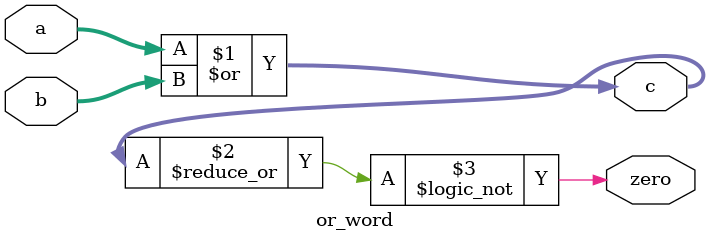
<source format=v>
module or_word(input wire [19:0] a, input wire [19:0] b, output wire [19:0] c, output wire zero);

   assign c = a|b;
   assign zero = !(|c);

endmodule
</source>
